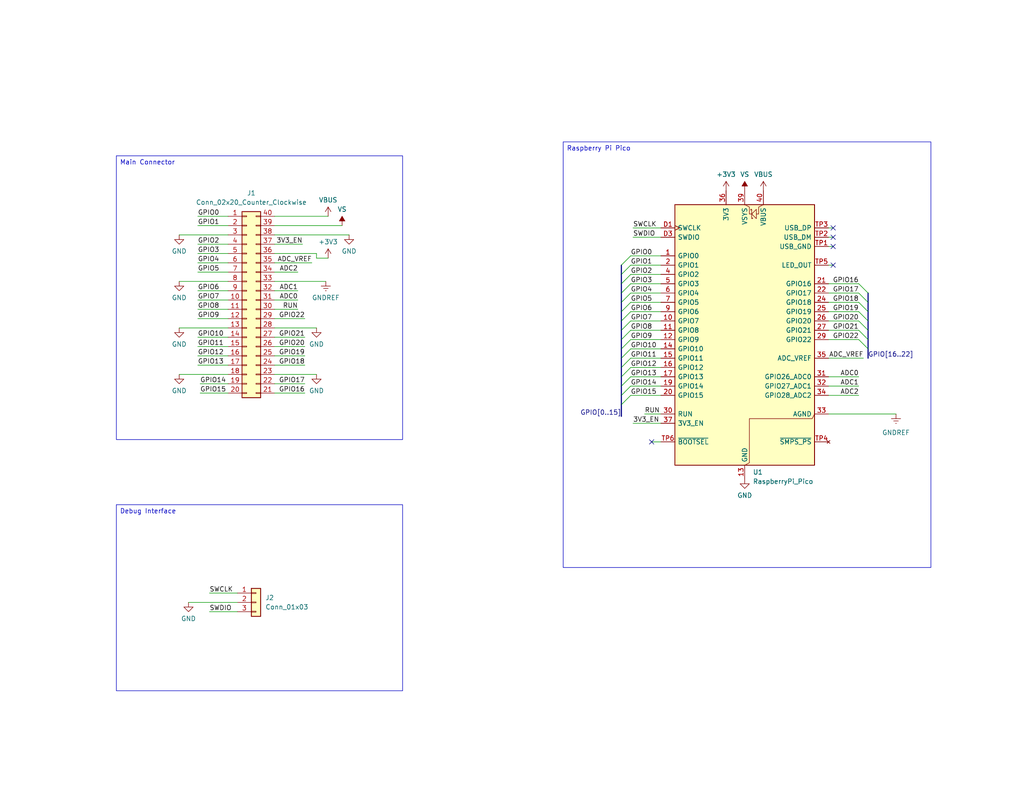
<source format=kicad_sch>
(kicad_sch (version 20230121) (generator eeschema)
  (paper "USLetter")
  (title_block (title "RPi adapter") (rev "v1.0") (company "n0m1s"))
  (lib_symbols
    (symbol "Connector_Generic:Conn_01x03" (pin_names (offset 1.016) hide)
      (property "Reference" "J" (at 0 5.08 0))
      (property "Value" "Conn_01x03" (at 0 -5.08 0))
      (symbol "Conn_01x03_1_1"
        (rectangle (start -1.27 -2.413) (end 0 -2.667) (stroke (width 0.1524)))
        (rectangle (start -1.27 0.127) (end 0 -0.127) (stroke (width 0.1524)))
        (rectangle (start -1.27 2.667) (end 0 2.413) (stroke (width 0.1524)))
        (rectangle (start -1.27 3.81) (end 1.27 -3.81) (stroke (width 0.254)) (fill (type background)))
        (pin passive line (at -5.08 2.54 0) (length 3.81) (name "Pin_1") (number "1"))
        (pin passive line (at -5.08 0 0) (length 3.81) (name "Pin_2") (number "2"))
        (pin passive line (at -5.08 -2.54 0) (length 3.81) (name "Pin_3") (number "3"))
      )
    )
    (symbol "Connector_Generic:Conn_02x20_Counter_Clockwise" (pin_names (offset 1.016) hide)
      (property "Reference" "J" (at 1.27 25.4 0))
      (property "Value" "Conn_02x20_Counter_Clockwise" (at 1.27 -27.94 0))
      (symbol "Conn_02x20_Counter_Clockwise_1_1"
        (rectangle (start -1.27 -25.273) (end 0 -25.527) (stroke (width 0.1524)))
        (rectangle (start -1.27 -22.733) (end 0 -22.987) (stroke (width 0.1524)))
        (rectangle (start -1.27 -20.193) (end 0 -20.447) (stroke (width 0.1524)))
        (rectangle (start -1.27 -17.653) (end 0 -17.907) (stroke (width 0.1524)))
        (rectangle (start -1.27 -15.113) (end 0 -15.367) (stroke (width 0.1524)))
        (rectangle (start -1.27 -12.573) (end 0 -12.827) (stroke (width 0.1524)))
        (rectangle (start -1.27 -10.033) (end 0 -10.287) (stroke (width 0.1524)))
        (rectangle (start -1.27 -7.493) (end 0 -7.747) (stroke (width 0.1524)))
        (rectangle (start -1.27 -4.953) (end 0 -5.207) (stroke (width 0.1524)))
        (rectangle (start -1.27 -2.413) (end 0 -2.667) (stroke (width 0.1524)))
        (rectangle (start -1.27 0.127) (end 0 -0.127) (stroke (width 0.1524)))
        (rectangle (start -1.27 2.667) (end 0 2.413) (stroke (width 0.1524)))
        (rectangle (start -1.27 5.207) (end 0 4.953) (stroke (width 0.1524)))
        (rectangle (start -1.27 7.747) (end 0 7.493) (stroke (width 0.1524)))
        (rectangle (start -1.27 10.287) (end 0 10.033) (stroke (width 0.1524)))
        (rectangle (start -1.27 12.827) (end 0 12.573) (stroke (width 0.1524)))
        (rectangle (start -1.27 15.367) (end 0 15.113) (stroke (width 0.1524)))
        (rectangle (start -1.27 17.907) (end 0 17.653) (stroke (width 0.1524)))
        (rectangle (start -1.27 20.447) (end 0 20.193) (stroke (width 0.1524)))
        (rectangle (start -1.27 22.987) (end 0 22.733) (stroke (width 0.1524)))
        (rectangle (start -1.27 24.13) (end 3.81 -26.67) (stroke (width 0.254)) (fill (type background)))
        (rectangle (start 3.81 -25.273) (end 2.54 -25.527) (stroke (width 0.1524)))
        (rectangle (start 3.81 -22.733) (end 2.54 -22.987) (stroke (width 0.1524)))
        (rectangle (start 3.81 -20.193) (end 2.54 -20.447) (stroke (width 0.1524)))
        (rectangle (start 3.81 -17.653) (end 2.54 -17.907) (stroke (width 0.1524)))
        (rectangle (start 3.81 -15.113) (end 2.54 -15.367) (stroke (width 0.1524)))
        (rectangle (start 3.81 -12.573) (end 2.54 -12.827) (stroke (width 0.1524)))
        (rectangle (start 3.81 -10.033) (end 2.54 -10.287) (stroke (width 0.1524)))
        (rectangle (start 3.81 -7.493) (end 2.54 -7.747) (stroke (width 0.1524)))
        (rectangle (start 3.81 -4.953) (end 2.54 -5.207) (stroke (width 0.1524)))
        (rectangle (start 3.81 -2.413) (end 2.54 -2.667) (stroke (width 0.1524)))
        (rectangle (start 3.81 0.127) (end 2.54 -0.127) (stroke (width 0.1524)))
        (rectangle (start 3.81 2.667) (end 2.54 2.413) (stroke (width 0.1524)))
        (rectangle (start 3.81 5.207) (end 2.54 4.953) (stroke (width 0.1524)))
        (rectangle (start 3.81 7.747) (end 2.54 7.493) (stroke (width 0.1524)))
        (rectangle (start 3.81 10.287) (end 2.54 10.033) (stroke (width 0.1524)))
        (rectangle (start 3.81 12.827) (end 2.54 12.573) (stroke (width 0.1524)))
        (rectangle (start 3.81 15.367) (end 2.54 15.113) (stroke (width 0.1524)))
        (rectangle (start 3.81 17.907) (end 2.54 17.653) (stroke (width 0.1524)))
        (rectangle (start 3.81 20.447) (end 2.54 20.193) (stroke (width 0.1524)))
        (rectangle (start 3.81 22.987) (end 2.54 22.733) (stroke (width 0.1524)))
        (pin passive line (at -5.08 22.86 0) (length 3.81) (name "Pin_1") (number "1"))
        (pin passive line (at -5.08 0 0) (length 3.81) (name "Pin_10") (number "10"))
        (pin passive line (at -5.08 -2.54 0) (length 3.81) (name "Pin_11") (number "11"))
        (pin passive line (at -5.08 -5.08 0) (length 3.81) (name "Pin_12") (number "12"))
        (pin passive line (at -5.08 -7.62 0) (length 3.81) (name "Pin_13") (number "13"))
        (pin passive line (at -5.08 -10.16 0) (length 3.81) (name "Pin_14") (number "14"))
        (pin passive line (at -5.08 -12.7 0) (length 3.81) (name "Pin_15") (number "15"))
        (pin passive line (at -5.08 -15.24 0) (length 3.81) (name "Pin_16") (number "16"))
        (pin passive line (at -5.08 -17.78 0) (length 3.81) (name "Pin_17") (number "17"))
        (pin passive line (at -5.08 -20.32 0) (length 3.81) (name "Pin_18") (number "18"))
        (pin passive line (at -5.08 -22.86 0) (length 3.81) (name "Pin_19") (number "19"))
        (pin passive line (at -5.08 20.32 0) (length 3.81) (name "Pin_2") (number "2"))
        (pin passive line (at -5.08 -25.4 0) (length 3.81) (name "Pin_20") (number "20"))
        (pin passive line (at 7.62 -25.4 180) (length 3.81) (name "Pin_21") (number "21"))
        (pin passive line (at 7.62 -22.86 180) (length 3.81) (name "Pin_22") (number "22"))
        (pin passive line (at 7.62 -20.32 180) (length 3.81) (name "Pin_23") (number "23"))
        (pin passive line (at 7.62 -17.78 180) (length 3.81) (name "Pin_24") (number "24"))
        (pin passive line (at 7.62 -15.24 180) (length 3.81) (name "Pin_25") (number "25"))
        (pin passive line (at 7.62 -12.7 180) (length 3.81) (name "Pin_26") (number "26"))
        (pin passive line (at 7.62 -10.16 180) (length 3.81) (name "Pin_27") (number "27"))
        (pin passive line (at 7.62 -7.62 180) (length 3.81) (name "Pin_28") (number "28"))
        (pin passive line (at 7.62 -5.08 180) (length 3.81) (name "Pin_29") (number "29"))
        (pin passive line (at -5.08 17.78 0) (length 3.81) (name "Pin_3") (number "3"))
        (pin passive line (at 7.62 -2.54 180) (length 3.81) (name "Pin_30") (number "30"))
        (pin passive line (at 7.62 0 180) (length 3.81) (name "Pin_31") (number "31"))
        (pin passive line (at 7.62 2.54 180) (length 3.81) (name "Pin_32") (number "32"))
        (pin passive line (at 7.62 5.08 180) (length 3.81) (name "Pin_33") (number "33"))
        (pin passive line (at 7.62 7.62 180) (length 3.81) (name "Pin_34") (number "34"))
        (pin passive line (at 7.62 10.16 180) (length 3.81) (name "Pin_35") (number "35"))
        (pin passive line (at 7.62 12.7 180) (length 3.81) (name "Pin_36") (number "36"))
        (pin passive line (at 7.62 15.24 180) (length 3.81) (name "Pin_37") (number "37"))
        (pin passive line (at 7.62 17.78 180) (length 3.81) (name "Pin_38") (number "38"))
        (pin passive line (at 7.62 20.32 180) (length 3.81) (name "Pin_39") (number "39"))
        (pin passive line (at -5.08 15.24 0) (length 3.81) (name "Pin_4") (number "4"))
        (pin passive line (at 7.62 22.86 180) (length 3.81) (name "Pin_40") (number "40"))
        (pin passive line (at -5.08 12.7 0) (length 3.81) (name "Pin_5") (number "5"))
        (pin passive line (at -5.08 10.16 0) (length 3.81) (name "Pin_6") (number "6"))
        (pin passive line (at -5.08 7.62 0) (length 3.81) (name "Pin_7") (number "7"))
        (pin passive line (at -5.08 5.08 0) (length 3.81) (name "Pin_8") (number "8"))
        (pin passive line (at -5.08 2.54 0) (length 3.81) (name "Pin_9") (number "9"))
      )
    )
    (symbol "MCU_Module_RaspberryPi_Pico:RaspberryPi_Pico_SecondaryPins" (pin_names (offset 0.762))
      (property "Reference" "U" (at -19.05 38.1 0))
      (property "Value" "RaspberryPi_Pico" (at 7.62 38.1 0))
      (symbol "RaspberryPi_Pico_SecondaryPins_0_1"
        (rectangle (start -19.05 36.83) (end 19.05 -34.29) (stroke (width 0.254)) (fill (type background)))
        (polyline (pts (xy 0 36.83) (xy 1.27 36.195) (xy 1.27 34.29) (xy 1.905 34.29)))
        (polyline (pts (xy 1.905 34.29) (xy 3.175 35.56) (xy 3.175 33.02) (xy 1.905 34.29)))
        (polyline (pts (xy 5.08 36.83) (xy 3.81 36.195) (xy 3.81 34.29) (xy 3.175 34.29)))
        (polyline (pts (xy 0 -34.29) (xy 1.27 -33.655) (xy 1.27 -21.59) (xy 18.415 -21.59) (xy 19.05 -20.32)))
        (polyline (pts (xy 1.651 35.306) (xy 1.651 35.56) (xy 1.905 35.56) (xy 1.905 33.02) (xy 2.159 33.02) (xy 2.159 33.274)))
      )
      (symbol "RaspberryPi_Pico_SecondaryPins_1_1"
        (pin bidirectional line (at -22.86 22.86 0) (length 3.81) (name "GPIO0") (number "1"))
        (pin bidirectional line (at -22.86 5.08 0) (length 3.81) (name "GPIO7") (number "10"))
        (pin bidirectional line (at -22.86 2.54 0) (length 3.81) (name "GPIO8") (number "11"))
        (pin bidirectional line (at -22.86 0 0) (length 3.81) (name "GPIO9") (number "12"))
        (pin power_out line (at 0 -38.1 90) (length 3.81) (name "GND") (number "13"))
        (pin bidirectional line (at -22.86 -2.54 0) (length 3.81) (name "GPIO10") (number "14"))
        (pin bidirectional line (at -22.86 -5.08 0) (length 3.81) (name "GPIO11") (number "15"))
        (pin bidirectional line (at -22.86 -7.62 0) (length 3.81) (name "GPIO12") (number "16"))
        (pin bidirectional line (at -22.86 -10.16 0) (length 3.81) (name "GPIO13") (number "17"))
        (pin passive line (at 0 -38.1 90) (length 3.81) hide (name "GND") (number "18"))
        (pin bidirectional line (at -22.86 -12.7 0) (length 3.81) (name "GPIO14") (number "19"))
        (pin bidirectional line (at -22.86 20.32 0) (length 3.81) (name "GPIO1") (number "2"))
        (pin bidirectional line (at -22.86 -15.24 0) (length 3.81) (name "GPIO15") (number "20"))
        (pin bidirectional line (at 22.86 15.24 180) (length 3.81) (name "GPIO16") (number "21"))
        (pin bidirectional line (at 22.86 12.7 180) (length 3.81) (name "GPIO17") (number "22"))
        (pin passive line (at 0 -38.1 90) (length 3.81) hide (name "GND") (number "23"))
        (pin bidirectional line (at 22.86 10.16 180) (length 3.81) (name "GPIO18") (number "24"))
        (pin bidirectional line (at 22.86 7.62 180) (length 3.81) (name "GPIO19") (number "25"))
        (pin bidirectional line (at 22.86 5.08 180) (length 3.81) (name "GPIO20") (number "26"))
        (pin bidirectional line (at 22.86 2.54 180) (length 3.81) (name "GPIO21") (number "27"))
        (pin passive line (at 0 -38.1 90) (length 3.81) hide (name "GND") (number "28"))
        (pin bidirectional line (at 22.86 0 180) (length 3.81) (name "GPIO22") (number "29"))
        (pin passive line (at 0 -38.1 90) (length 3.81) hide (name "GND") (number "3"))
        (pin input line (at -22.86 -20.32 0) (length 3.81) (name "RUN") (number "30"))
        (pin bidirectional line (at 22.86 -10.16 180) (length 3.81) (name "GPIO26_ADC0") (number "31"))
        (pin bidirectional line (at 22.86 -12.7 180) (length 3.81) (name "GPIO27_ADC1") (number "32"))
        (pin power_in line (at 22.86 -20.32 180) (length 3.81) (name "AGND") (number "33"))
        (pin bidirectional line (at 22.86 -15.24 180) (length 3.81) (name "GPIO28_ADC2") (number "34"))
        (pin power_in line (at 22.86 -5.08 180) (length 3.81) (name "ADC_VREF") (number "35"))
        (pin power_out line (at -5.08 40.64 270) (length 3.81) (name "3V3") (number "36"))
        (pin input line (at -22.86 -22.86 0) (length 3.81) (name "3V3_EN") (number "37"))
        (pin passive line (at 0 -38.1 90) (length 3.81) hide (name "GND") (number "38"))
        (pin power_in line (at 0 40.64 270) (length 3.81) (name "VSYS") (number "39"))
        (pin bidirectional line (at -22.86 17.78 0) (length 3.81) (name "GPIO2") (number "4"))
        (pin power_out line (at 5.08 40.64 270) (length 3.81) (name "VBUS") (number "40"))
        (pin bidirectional line (at -22.86 15.24 0) (length 3.81) (name "GPIO3") (number "5"))
        (pin bidirectional line (at -22.86 12.7 0) (length 3.81) (name "GPIO4") (number "6"))
        (pin bidirectional line (at -22.86 10.16 0) (length 3.81) (name "GPIO5") (number "7"))
        (pin passive line (at 0 -38.1 90) (length 3.81) hide (name "GND") (number "8"))
        (pin bidirectional line (at -22.86 7.62 0) (length 3.81) (name "GPIO6") (number "9"))
        (pin input clock (at -22.86 30.48 0) (length 3.81) (name "SWCLK") (number "D1"))
        (pin passive line (at 0 -38.1 90) (length 3.81) hide (name "GND") (number "D2"))
        (pin bidirectional line (at -22.86 27.94 0) (length 3.81) (name "SWDIO") (number "D3"))
        (pin power_out line (at 22.86 25.4 180) (length 3.81) (name "USB_GND") (number "TP1"))
        (pin bidirectional line (at 22.86 27.94 180) (length 3.81) (name "USB_DM") (number "TP2"))
        (pin bidirectional line (at 22.86 30.48 180) (length 3.81) (name "USB_DP") (number "TP3"))
        (pin no_connect line (at 22.86 -27.94 180) (length 3.81) (name "~{SMPS_PS}") (number "TP4"))
        (pin output line (at 22.86 20.32 180) (length 3.81) (name "LED_OUT") (number "TP5"))
        (pin input line (at -22.86 -27.94 0) (length 3.81) (name "~{BOOTSEL}") (number "TP6"))
      )
    )
    (symbol "power:+3V3" (power) (pin_names (offset 0))
      (property "Value" "+3V3" (at 0 3.556 0))
      (symbol "+3V3_0_1"
        (polyline (pts (xy -0.762 1.27) (xy 0 2.54)))
        (polyline (pts (xy 0 0) (xy 0 2.54)))
        (polyline (pts (xy 0 2.54) (xy 0.762 1.27)))
      )
      (symbol "+3V3_1_1"
        (pin power_in line (at 0 0 90) (length 0) hide (name "+3V3") (number "1"))
      )
    )
    (symbol "power:GND" (power) (pin_names (offset 0))
      (property "Value" "GND" (at 0 -3.81 0))
      (symbol "GND_0_1"
        (polyline (pts (xy 0 0) (xy 0 -1.27) (xy 1.27 -1.27) (xy 0 -2.54) (xy -1.27 -1.27) (xy 0 -1.27)))
      )
      (symbol "GND_1_1"
        (pin power_in line (at 0 0 270) (length 0) hide (name "GND") (number "1"))
      )
    )
    (symbol "power:GNDREF" (power) (pin_names (offset 0))
      (property "Value" "GNDREF" (at 0 -3.81 0))
      (symbol "GNDREF_0_1"
        (polyline (pts (xy -0.635 -1.905) (xy 0.635 -1.905)))
        (polyline (pts (xy -0.127 -2.54) (xy 0.127 -2.54)))
        (polyline (pts (xy 0 -1.27) (xy 0 0)))
        (polyline (pts (xy 1.27 -1.27) (xy -1.27 -1.27)))
      )
      (symbol "GNDREF_1_1"
        (pin power_in line (at 0 0 270) (length 0) hide (name "GNDREF") (number "1"))
      )
    )
    (symbol "power:VBUS" (power) (pin_names (offset 0))
      (property "Value" "VBUS" (at 0 3.81 0))
      (symbol "VBUS_0_1"
        (polyline (pts (xy -0.762 1.27) (xy 0 2.54)))
        (polyline (pts (xy 0 0) (xy 0 2.54)))
        (polyline (pts (xy 0 2.54) (xy 0.762 1.27)))
      )
      (symbol "VBUS_1_1"
        (pin power_in line (at 0 0 90) (length 0) hide (name "VBUS") (number "1"))
      )
    )
    (symbol "power:VS" (power) (pin_names (offset 0))
      (property "Value" "VS" (at 0 3.81 0))
      (symbol "VS_0_1"
        (polyline (pts (xy 0 0) (xy 0 2.54)))
        (polyline (pts (xy 0.762 1.27) (xy -0.762 1.27) (xy 0 2.54) (xy 0.762 1.27)) (fill (type outline)))
      )
      (symbol "VS_1_1"
        (pin power_in line (at 0 0 90) (length 0) hide (name "VS") (number "1"))
      )
    )
  )
  (no_connect (at 227.33 64.77))
  (no_connect (at 227.33 67.31))
  (no_connect (at 227.33 62.23))
  (no_connect (at 227.33 72.39))
  (no_connect (at 177.8 120.65))
  (bus_entry (at 172.085 105.41) (size -2.54 2.54))
  (bus_entry (at 172.085 85.09) (size -2.54 2.54))
  (bus_entry (at 172.085 97.79) (size -2.54 2.54))
  (bus_entry (at 172.085 90.17) (size -2.54 2.54))
  (bus_entry (at 234.315 85.09) (size 2.54 2.54))
  (bus_entry (at 172.085 72.39) (size -2.54 2.54))
  (bus_entry (at 234.315 90.17) (size 2.54 2.54))
  (bus_entry (at 234.315 80.01) (size 2.54 2.54))
  (bus_entry (at 172.085 87.63) (size -2.54 2.54))
  (bus_entry (at 172.085 95.25) (size -2.54 2.54))
  (bus_entry (at 172.085 82.55) (size -2.54 2.54))
  (bus_entry (at 234.315 82.55) (size 2.54 2.54))
  (bus_entry (at 172.085 107.95) (size -2.54 2.54))
  (bus_entry (at 234.315 92.71) (size 2.54 2.54))
  (bus_entry (at 172.085 77.47) (size -2.54 2.54))
  (bus_entry (at 172.085 100.33) (size -2.54 2.54))
  (bus_entry (at 234.315 87.63) (size 2.54 2.54))
  (bus_entry (at 234.315 77.47) (size 2.54 2.54))
  (bus_entry (at 172.085 74.93) (size -2.54 2.54))
  (bus_entry (at 172.085 102.87) (size -2.54 2.54))
  (bus_entry (at 172.085 80.01) (size -2.54 2.54))
  (bus_entry (at 172.085 69.85) (size -2.54 2.54))
  (bus_entry (at 172.085 92.71) (size -2.54 2.54))
  (wire (pts (xy 172.085 90.17) (xy 180.34 90.17)))
  (wire (pts (xy 74.93 84.455) (xy 81.28 84.455)))
  (wire (pts (xy 48.895 76.835) (xy 62.23 76.835)))
  (wire (pts (xy 53.975 66.675) (xy 62.23 66.675)))
  (wire (pts (xy 74.93 99.695) (xy 83.185 99.695)))
  (wire (pts (xy 172.085 69.85) (xy 180.34 69.85)))
  (bus (pts (xy 169.545 95.25) (xy 169.545 97.79)))
  (wire (pts (xy 172.085 102.87) (xy 180.34 102.87)))
  (bus (pts (xy 169.545 82.55) (xy 169.545 85.09)))
  (bus (pts (xy 236.855 87.63) (xy 236.855 90.17)))
  (bus (pts (xy 236.855 85.09) (xy 236.855 87.63)))
  (wire (pts (xy 74.93 66.675) (xy 82.55 66.675)))
  (wire (pts (xy 57.15 167.005) (xy 64.77 167.005)))
  (wire (pts (xy 234.315 80.01) (xy 226.06 80.01)))
  (wire (pts (xy 172.085 107.95) (xy 180.34 107.95)))
  (bus (pts (xy 169.545 105.41) (xy 169.545 107.95)))
  (wire (pts (xy 172.72 62.23) (xy 180.34 62.23)))
  (wire (pts (xy 74.93 71.755) (xy 85.09 71.755)))
  (bus (pts (xy 169.545 102.87) (xy 169.545 105.41)))
  (wire (pts (xy 226.06 97.79) (xy 235.585 97.79)))
  (wire (pts (xy 93.345 61.595) (xy 74.93 61.595)))
  (wire (pts (xy 227.33 64.77) (xy 226.06 64.77)))
  (wire (pts (xy 53.975 71.755) (xy 62.23 71.755)))
  (wire (pts (xy 53.975 59.055) (xy 62.23 59.055)))
  (wire (pts (xy 53.975 69.215) (xy 62.23 69.215)))
  (wire (pts (xy 53.975 99.695) (xy 62.23 99.695)))
  (wire (pts (xy 54.61 107.315) (xy 62.23 107.315)))
  (wire (pts (xy 89.535 59.055) (xy 74.93 59.055)))
  (wire (pts (xy 172.085 100.33) (xy 180.34 100.33)))
  (wire (pts (xy 74.93 79.375) (xy 81.28 79.375)))
  (bus (pts (xy 169.545 100.33) (xy 169.545 102.87)))
  (wire (pts (xy 53.975 94.615) (xy 62.23 94.615)))
  (wire (pts (xy 227.33 72.39) (xy 226.06 72.39)))
  (wire (pts (xy 53.975 81.915) (xy 62.23 81.915)))
  (wire (pts (xy 53.975 86.995) (xy 62.23 86.995)))
  (wire (pts (xy 234.315 92.71) (xy 226.06 92.71)))
  (bus (pts (xy 169.545 90.17) (xy 169.545 92.71)))
  (wire (pts (xy 74.93 94.615) (xy 83.185 94.615)))
  (wire (pts (xy 53.975 74.295) (xy 62.23 74.295)))
  (wire (pts (xy 74.93 107.315) (xy 83.185 107.315)))
  (wire (pts (xy 244.475 113.03) (xy 226.06 113.03)))
  (wire (pts (xy 48.895 89.535) (xy 62.23 89.535)))
  (wire (pts (xy 53.975 61.595) (xy 62.23 61.595)))
  (bus (pts (xy 236.855 80.01) (xy 236.855 82.55)))
  (wire (pts (xy 74.93 102.235) (xy 86.36 102.235)))
  (wire (pts (xy 172.085 97.79) (xy 180.34 97.79)))
  (bus (pts (xy 169.545 87.63) (xy 169.545 90.17)))
  (wire (pts (xy 74.93 104.775) (xy 83.185 104.775)))
  (wire (pts (xy 234.315 85.09) (xy 226.06 85.09)))
  (wire (pts (xy 234.315 90.17) (xy 226.06 90.17)))
  (bus (pts (xy 236.855 90.17) (xy 236.855 92.71)))
  (wire (pts (xy 177.8 120.65) (xy 180.34 120.65)))
  (wire (pts (xy 53.975 79.375) (xy 62.23 79.375)))
  (bus (pts (xy 169.545 74.93) (xy 169.545 77.47)))
  (wire (pts (xy 227.33 62.23) (xy 226.06 62.23)))
  (wire (pts (xy 57.15 161.925) (xy 64.77 161.925)))
  (wire (pts (xy 172.72 64.77) (xy 180.34 64.77)))
  (wire (pts (xy 234.315 102.87) (xy 226.06 102.87)))
  (wire (pts (xy 227.33 67.31) (xy 226.06 67.31)))
  (wire (pts (xy 234.315 82.55) (xy 226.06 82.55)))
  (wire (pts (xy 74.93 92.075) (xy 83.185 92.075)))
  (wire (pts (xy 74.93 74.295) (xy 81.28 74.295)))
  (wire (pts (xy 48.895 102.235) (xy 62.23 102.235)))
  (wire (pts (xy 175.895 113.03) (xy 180.34 113.03)))
  (bus (pts (xy 169.545 77.47) (xy 169.545 80.01)))
  (wire (pts (xy 172.085 85.09) (xy 180.34 85.09)))
  (bus (pts (xy 169.545 110.49) (xy 169.545 113.665)))
  (wire (pts (xy 89.535 70.485) (xy 86.36 70.485)))
  (wire (pts (xy 53.975 97.155) (xy 62.23 97.155)))
  (bus (pts (xy 169.545 107.95) (xy 169.545 110.49)))
  (wire (pts (xy 74.93 86.995) (xy 83.185 86.995)))
  (bus (pts (xy 169.545 85.09) (xy 169.545 87.63)))
  (wire (pts (xy 172.085 72.39) (xy 180.34 72.39)))
  (wire (pts (xy 172.085 92.71) (xy 180.34 92.71)))
  (bus (pts (xy 169.545 80.01) (xy 169.545 82.55)))
  (wire (pts (xy 172.085 80.01) (xy 180.34 80.01)))
  (wire (pts (xy 53.975 92.075) (xy 62.23 92.075)))
  (wire (pts (xy 48.895 64.135) (xy 62.23 64.135)))
  (bus (pts (xy 169.545 97.79) (xy 169.545 100.33)))
  (wire (pts (xy 74.93 81.915) (xy 81.28 81.915)))
  (wire (pts (xy 172.085 87.63) (xy 180.34 87.63)))
  (wire (pts (xy 51.435 164.465) (xy 64.77 164.465)))
  (wire (pts (xy 172.085 74.93) (xy 180.34 74.93)))
  (bus (pts (xy 169.545 72.39) (xy 169.545 74.93)))
  (wire (pts (xy 172.085 77.47) (xy 180.34 77.47)))
  (wire (pts (xy 74.93 97.155) (xy 83.185 97.155)))
  (wire (pts (xy 234.315 107.95) (xy 226.06 107.95)))
  (wire (pts (xy 234.315 105.41) (xy 226.06 105.41)))
  (wire (pts (xy 74.93 64.135) (xy 95.25 64.135)))
  (wire (pts (xy 172.085 82.55) (xy 180.34 82.55)))
  (wire (pts (xy 172.085 95.25) (xy 180.34 95.25)))
  (bus (pts (xy 236.855 92.71) (xy 236.855 95.25)))
  (wire (pts (xy 86.36 70.485) (xy 86.36 69.215)))
  (wire (pts (xy 234.315 77.47) (xy 226.06 77.47)))
  (bus (pts (xy 236.855 82.55) (xy 236.855 85.09)))
  (wire (pts (xy 86.36 69.215) (xy 74.93 69.215)))
  (wire (pts (xy 234.315 87.63) (xy 226.06 87.63)))
  (bus (pts (xy 169.545 92.71) (xy 169.545 95.25)))
  (wire (pts (xy 74.93 89.535) (xy 86.36 89.535)))
  (wire (pts (xy 172.085 105.41) (xy 180.34 105.41)))
  (wire (pts (xy 74.93 76.835) (xy 88.9 76.835)))
  (wire (pts (xy 54.61 104.775) (xy 62.23 104.775)))
  (wire (pts (xy 53.975 84.455) (xy 62.23 84.455)))
  (wire (pts (xy 172.72 115.57) (xy 180.34 115.57)))
  (bus (pts (xy 236.855 95.25) (xy 236.855 97.79)))
  (text_box "Raspberry Pi Pico" (at 153.67 38.735 0) (size 100.33 116.205) (effects (font (size 1.27 1.27)) (justify left top)))
  (text_box "Debug Interface" (at 31.75 137.795 0) (size 78.105 50.8) (effects (font (size 1.27 1.27)) (justify left top)))
  (text_box "Main Connector" (at 31.75 42.545 0) (size 78.105 77.47) (effects (font (size 1.27 1.27)) (justify left top)))
  (label "ADC_VREF" (at 85.09 71.755 180))
  (label "GPIO20" (at 83.185 94.615 180))
  (label "GPIO1" (at 172.085 72.39 0))
  (label "GPIO20" (at 234.315 87.63 180))
  (label "GPIO22" (at 234.315 92.71 180))
  (label "GPIO9" (at 172.085 92.71 0))
  (label "GPIO18" (at 234.315 82.55 180))
  (label "ADC_VREF" (at 235.585 97.79 180))
  (label "GPIO11" (at 172.085 97.79 0))
  (label "3V3_EN" (at 82.55 66.675 180))
  (label "GPIO19" (at 83.185 97.155 180))
  (label "SWCLK" (at 172.72 62.23 0))
  (label "GPIO22" (at 83.185 86.995 180))
  (label "GPIO8" (at 172.085 90.17 0))
  (label "GPIO6" (at 53.975 79.375 0))
  (label "GPIO19" (at 234.315 85.09 180))
  (label "3V3_EN" (at 172.72 115.57 0))
  (label "RUN" (at 175.895 113.03 0))
  (label "GPIO16" (at 234.315 77.47 180))
  (label "GPIO11" (at 53.975 94.615 0))
  (label "GPIO6" (at 172.085 85.09 0))
  (label "GPIO17" (at 234.315 80.01 180))
  (label "GPIO[0..15]" (at 169.545 113.665 180))
  (label "GPIO15" (at 54.61 107.315 0))
  (label "GPIO0" (at 53.975 59.055 0))
  (label "GPIO4" (at 172.085 80.01 0))
  (label "GPIO4" (at 53.975 71.755 0))
  (label "GPIO7" (at 53.975 81.915 0))
  (label "GPIO15" (at 172.085 107.95 0))
  (label "GPIO5" (at 53.975 74.295 0))
  (label "SWDIO" (at 57.15 167.005 0))
  (label "GPIO21" (at 234.315 90.17 180))
  (label "ADC1" (at 234.315 105.41 180))
  (label "ADC0" (at 81.28 81.915 180))
  (label "GPIO0" (at 172.085 69.85 0))
  (label "GPIO12" (at 53.975 97.155 0))
  (label "GPIO10" (at 53.975 92.075 0))
  (label "GPIO14" (at 54.61 104.775 0))
  (label "SWCLK" (at 57.15 161.925 0))
  (label "GPIO17" (at 83.185 104.775 180))
  (label "GPIO1" (at 53.975 61.595 0))
  (label "SWDIO" (at 172.72 64.77 0))
  (label "GPIO8" (at 53.975 84.455 0))
  (label "GPIO13" (at 53.975 99.695 0))
  (label "GPIO5" (at 172.085 82.55 0))
  (label "GPIO2" (at 172.085 74.93 0))
  (label "ADC2" (at 81.28 74.295 180))
  (label "GPIO2" (at 53.975 66.675 0))
  (label "GPIO[16..22]" (at 236.855 97.79 0))
  (label "ADC2" (at 234.315 107.95 180))
  (label "GPIO10" (at 172.085 95.25 0))
  (label "GPIO12" (at 172.085 100.33 0))
  (label "GPIO18" (at 83.185 99.695 180))
  (label "GPIO3" (at 53.975 69.215 0))
  (label "ADC0" (at 234.315 102.87 180))
  (label "RUN" (at 81.28 84.455 180))
  (label "GPIO21" (at 83.185 92.075 180))
  (label "GPIO3" (at 172.085 77.47 0))
  (label "GPIO13" (at 172.085 102.87 0))
  (label "GPIO9" (at 53.975 86.995 0))
  (label "GPIO7" (at 172.085 87.63 0))
  (label "GPIO16" (at 83.185 107.315 180))
  (label "ADC1" (at 81.28 79.375 180))
  (label "GPIO14" (at 172.085 105.41 0))
  (symbol (lib_id "power:GND") (at 51.435 164.465 0) (unit 1)
    (property "Reference" "#PWR01" (effects hide))
    (property "Value" "GND" (at 51.435 168.91 0))
  )
  (symbol (lib_id "power:GND") (at 86.36 102.235 0) (unit 1)
    (property "Reference" "#PWR016" (effects hide))
    (property "Value" "GND" (at 86.36 106.68 0))
  )
  (symbol (lib_id "power:VBUS") (at 208.28 52.07 0) (unit 1)
    (property "Reference" "#PWR03" (effects hide))
    (property "Value" "VBUS" (at 208.28 47.625 0))
  )
  (symbol (lib_id "power:VS") (at 203.2 52.07 0) (unit 1)
    (property "Reference" "#PWR06" (effects hide))
    (property "Value" "VS" (at 203.2 47.625 0))
  )
  (symbol (lib_id "power:VS") (at 93.345 61.595 0) (unit 1)
    (property "Reference" "#PWR07" (effects hide))
    (property "Value" "VS" (at 93.345 57.15 0))
  )
  (symbol (lib_id "MCU_Module_RaspberryPi_Pico:RaspberryPi_Pico_SecondaryPins") (at 203.2 92.71 0) (unit 1)
    (property "Reference" "U1" (at 205.3941 128.905 0) (effects (justify left)))
    (property "Value" "RaspberryPi_Pico" (at 205.3941 131.445 0) (effects (justify left)))
    (property "Footprint" "_ProjectLocal:RaspberryPi_Pico_Original_SMD_MountingHoles_Castellated_HandSolder_1" (effects hide))
    (property "Datasheet" "https://datasheets.raspberrypi.com/pico/pico-datasheet.pdf" (effects hide))
  )
  (symbol (lib_id "power:+3V3") (at 89.535 70.485 0) (unit 1)
    (property "Reference" "#PWR017" (effects hide))
    (property "Value" "+3V3" (at 89.535 66.04 0))
  )
  (symbol (lib_id "power:GND") (at 48.895 102.235 0) (unit 1)
    (property "Reference" "#PWR012" (effects hide))
    (property "Value" "GND" (at 48.895 106.68 0))
  )
  (symbol (lib_id "power:VBUS") (at 89.535 59.055 0) (unit 1)
    (property "Reference" "#PWR08" (effects hide))
    (property "Value" "VBUS" (at 89.535 54.61 0))
  )
  (symbol (lib_id "power:GND") (at 48.895 89.535 0) (unit 1)
    (property "Reference" "#PWR011" (effects hide))
    (property "Value" "GND" (at 48.895 93.98 0))
  )
  (symbol (lib_id "power:+3V3") (at 198.12 52.07 0) (unit 1)
    (property "Reference" "#PWR014" (effects hide))
    (property "Value" "+3V3" (at 198.12 47.625 0))
  )
  (symbol (lib_id "power:GNDREF") (at 88.9 76.835 0) (unit 1)
    (property "Reference" "#PWR04" (effects hide))
    (property "Value" "GNDREF" (at 88.9 81.28 0))
  )
  (symbol (lib_id "power:GND") (at 48.895 76.835 0) (unit 1)
    (property "Reference" "#PWR010" (effects hide))
    (property "Value" "GND" (at 48.895 81.28 0))
  )
  (symbol (lib_id "Connector_Generic:Conn_01x03") (at 69.85 164.465 0) (unit 1)
    (property "Reference" "J2" (at 72.39 163.195 0) (effects (justify left)))
    (property "Value" "Conn_01x03" (at 72.39 165.735 0) (effects (justify left)))
    (property "Footprint" "_ProjectLocal:JST_XH_B3B-XH-AM_1x03_P2.50mm_Vertical" (effects hide))
  )
  (symbol (lib_id "power:GNDREF") (at 244.475 113.03 0) (unit 1)
    (property "Reference" "#PWR05" (effects hide))
    (property "Value" "GNDREF" (at 244.475 118.11 0))
  )
  (symbol (lib_id "power:GND") (at 86.36 89.535 0) (unit 1)
    (property "Reference" "#PWR015" (effects hide))
    (property "Value" "GND" (at 86.36 93.98 0))
  )
  (symbol (lib_id "power:GND") (at 48.895 64.135 0) (unit 1)
    (property "Reference" "#PWR09" (effects hide))
    (property "Value" "GND" (at 48.895 68.58 0))
  )
  (symbol (lib_id "power:GND") (at 95.25 64.135 0) (unit 1)
    (property "Reference" "#PWR013" (effects hide))
    (property "Value" "GND" (at 95.25 68.58 0))
  )
  (symbol (lib_id "power:GND") (at 203.2 130.81 0) (unit 1)
    (property "Reference" "#PWR02" (effects hide))
    (property "Value" "GND" (at 203.2 135.255 0))
  )
  (symbol (lib_id "Connector_Generic:Conn_02x20_Counter_Clockwise") (at 67.31 81.915 0) (unit 1)
    (property "Reference" "J1" (at 68.58 52.705 0))
    (property "Value" "Conn_02x20_Counter_Clockwise" (at 68.58 55.245 0))
    (property "Footprint" "_ProjectLocal:PinHeader_2x20_P2.54mm_Vertical" (effects hide))
  )
)
</source>
